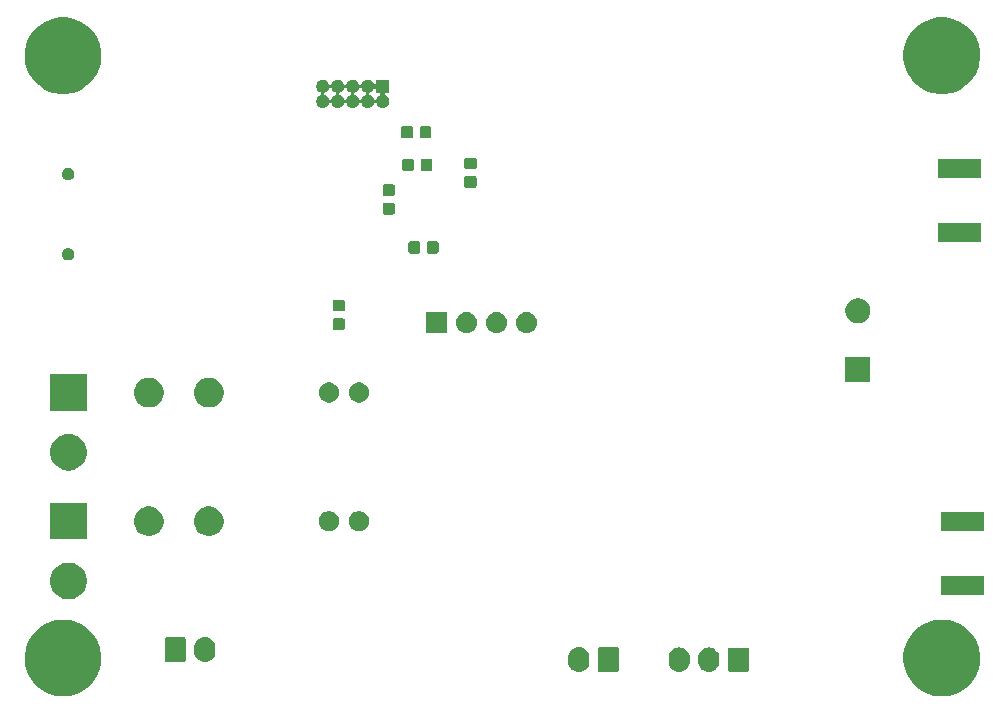
<source format=gbs>
G04 #@! TF.GenerationSoftware,KiCad,Pcbnew,(5.1.4)-1*
G04 #@! TF.CreationDate,2022-02-20T14:42:12-05:00*
G04 #@! TF.ProjectId,Recovery PCB,5265636f-7665-4727-9920-5043422e6b69,rev?*
G04 #@! TF.SameCoordinates,Original*
G04 #@! TF.FileFunction,Soldermask,Bot*
G04 #@! TF.FilePolarity,Negative*
%FSLAX46Y46*%
G04 Gerber Fmt 4.6, Leading zero omitted, Abs format (unit mm)*
G04 Created by KiCad (PCBNEW (5.1.4)-1) date 2022-02-20 14:42:12*
%MOMM*%
%LPD*%
G04 APERTURE LIST*
%ADD10C,0.100000*%
G04 APERTURE END LIST*
D10*
G36*
X171634239Y-118311467D02*
G01*
X171948282Y-118373934D01*
X172539926Y-118619001D01*
X173072392Y-118974784D01*
X173525216Y-119427608D01*
X173880999Y-119960074D01*
X174126066Y-120551718D01*
X174174836Y-120796903D01*
X174251000Y-121179803D01*
X174251000Y-121820197D01*
X174221873Y-121966626D01*
X174126066Y-122448282D01*
X173880999Y-123039926D01*
X173525216Y-123572392D01*
X173072392Y-124025216D01*
X172539926Y-124380999D01*
X171948282Y-124626066D01*
X171634239Y-124688533D01*
X171320197Y-124751000D01*
X170679803Y-124751000D01*
X170365761Y-124688533D01*
X170051718Y-124626066D01*
X169460074Y-124380999D01*
X168927608Y-124025216D01*
X168474784Y-123572392D01*
X168119001Y-123039926D01*
X167873934Y-122448282D01*
X167778127Y-121966626D01*
X167749000Y-121820197D01*
X167749000Y-121179803D01*
X167825164Y-120796903D01*
X167873934Y-120551718D01*
X168119001Y-119960074D01*
X168474784Y-119427608D01*
X168927608Y-118974784D01*
X169460074Y-118619001D01*
X170051718Y-118373934D01*
X170365761Y-118311467D01*
X170679803Y-118249000D01*
X171320197Y-118249000D01*
X171634239Y-118311467D01*
X171634239Y-118311467D01*
G37*
G36*
X97234239Y-118311467D02*
G01*
X97548282Y-118373934D01*
X98139926Y-118619001D01*
X98672392Y-118974784D01*
X99125216Y-119427608D01*
X99480999Y-119960074D01*
X99726066Y-120551718D01*
X99774836Y-120796903D01*
X99851000Y-121179803D01*
X99851000Y-121820197D01*
X99821873Y-121966626D01*
X99726066Y-122448282D01*
X99480999Y-123039926D01*
X99125216Y-123572392D01*
X98672392Y-124025216D01*
X98139926Y-124380999D01*
X97548282Y-124626066D01*
X97234239Y-124688533D01*
X96920197Y-124751000D01*
X96279803Y-124751000D01*
X95965761Y-124688533D01*
X95651718Y-124626066D01*
X95060074Y-124380999D01*
X94527608Y-124025216D01*
X94074784Y-123572392D01*
X93719001Y-123039926D01*
X93473934Y-122448282D01*
X93378127Y-121966626D01*
X93349000Y-121820197D01*
X93349000Y-121179803D01*
X93425164Y-120796903D01*
X93473934Y-120551718D01*
X93719001Y-119960074D01*
X94074784Y-119427608D01*
X94527608Y-118974784D01*
X95060074Y-118619001D01*
X95651718Y-118373934D01*
X95965761Y-118311467D01*
X96279803Y-118249000D01*
X96920197Y-118249000D01*
X97234239Y-118311467D01*
X97234239Y-118311467D01*
G37*
G36*
X140446627Y-120602037D02*
G01*
X140616466Y-120653557D01*
X140772991Y-120737222D01*
X140796359Y-120756400D01*
X140910186Y-120849814D01*
X140993448Y-120951271D01*
X141022778Y-120987009D01*
X141106443Y-121143534D01*
X141157963Y-121313374D01*
X141157963Y-121313376D01*
X141171000Y-121445741D01*
X141171000Y-121834260D01*
X141170635Y-121837963D01*
X141157963Y-121966627D01*
X141106443Y-122136466D01*
X141022778Y-122292991D01*
X140993448Y-122328729D01*
X140910186Y-122430186D01*
X140772989Y-122542779D01*
X140640120Y-122613799D01*
X140616465Y-122626443D01*
X140446626Y-122677963D01*
X140270000Y-122695359D01*
X140093373Y-122677963D01*
X139923534Y-122626443D01*
X139767009Y-122542778D01*
X139717822Y-122502411D01*
X139629814Y-122430186D01*
X139517221Y-122292989D01*
X139433558Y-122136467D01*
X139433557Y-122136465D01*
X139382037Y-121966626D01*
X139370256Y-121847011D01*
X139369000Y-121834259D01*
X139369000Y-121445740D01*
X139376613Y-121368448D01*
X139382037Y-121313373D01*
X139433557Y-121143534D01*
X139517222Y-120987009D01*
X139629815Y-120849815D01*
X139767010Y-120737222D01*
X139923535Y-120653557D01*
X140093374Y-120602037D01*
X140270000Y-120584641D01*
X140446627Y-120602037D01*
X140446627Y-120602037D01*
G37*
G36*
X143528600Y-120592989D02*
G01*
X143561652Y-120603015D01*
X143592103Y-120619292D01*
X143618799Y-120641201D01*
X143640708Y-120667897D01*
X143656985Y-120698348D01*
X143667011Y-120731400D01*
X143671000Y-120771903D01*
X143671000Y-122508097D01*
X143667011Y-122548600D01*
X143656985Y-122581652D01*
X143640708Y-122612103D01*
X143618799Y-122638799D01*
X143592103Y-122660708D01*
X143561652Y-122676985D01*
X143528600Y-122687011D01*
X143488097Y-122691000D01*
X142051903Y-122691000D01*
X142011400Y-122687011D01*
X141978348Y-122676985D01*
X141947897Y-122660708D01*
X141921201Y-122638799D01*
X141899292Y-122612103D01*
X141883015Y-122581652D01*
X141872989Y-122548600D01*
X141869000Y-122508097D01*
X141869000Y-120771903D01*
X141872989Y-120731400D01*
X141883015Y-120698348D01*
X141899292Y-120667897D01*
X141921201Y-120641201D01*
X141947897Y-120619292D01*
X141978348Y-120603015D01*
X142011400Y-120592989D01*
X142051903Y-120589000D01*
X143488097Y-120589000D01*
X143528600Y-120592989D01*
X143528600Y-120592989D01*
G37*
G36*
X151446627Y-120627037D02*
G01*
X151616466Y-120678557D01*
X151772991Y-120762222D01*
X151808729Y-120791552D01*
X151910186Y-120874814D01*
X151993448Y-120976271D01*
X152022778Y-121012009D01*
X152106443Y-121168534D01*
X152157963Y-121338374D01*
X152157963Y-121338376D01*
X152169252Y-121452989D01*
X152171000Y-121470743D01*
X152171000Y-121809258D01*
X152157963Y-121941627D01*
X152106443Y-122111466D01*
X152022778Y-122267991D01*
X152002262Y-122292990D01*
X151910186Y-122405186D01*
X151772989Y-122517779D01*
X151616467Y-122601442D01*
X151616465Y-122601443D01*
X151446626Y-122652963D01*
X151270000Y-122670359D01*
X151093373Y-122652963D01*
X150923534Y-122601443D01*
X150767009Y-122517778D01*
X150718173Y-122477699D01*
X150629814Y-122405186D01*
X150517221Y-122267989D01*
X150433558Y-122111467D01*
X150433557Y-122111465D01*
X150382037Y-121941626D01*
X150371731Y-121836985D01*
X150369000Y-121809259D01*
X150369000Y-121470740D01*
X150382037Y-121338375D01*
X150382037Y-121338373D01*
X150433557Y-121168534D01*
X150443632Y-121149686D01*
X150517221Y-121012011D01*
X150517222Y-121012009D01*
X150629815Y-120874815D01*
X150767010Y-120762222D01*
X150923535Y-120678557D01*
X151093374Y-120627037D01*
X151270000Y-120609641D01*
X151446627Y-120627037D01*
X151446627Y-120627037D01*
G37*
G36*
X148946627Y-120627037D02*
G01*
X149116466Y-120678557D01*
X149272991Y-120762222D01*
X149308729Y-120791552D01*
X149410186Y-120874814D01*
X149493448Y-120976271D01*
X149522778Y-121012009D01*
X149606443Y-121168534D01*
X149657963Y-121338374D01*
X149657963Y-121338376D01*
X149669252Y-121452989D01*
X149671000Y-121470743D01*
X149671000Y-121809258D01*
X149657963Y-121941627D01*
X149606443Y-122111466D01*
X149522778Y-122267991D01*
X149502262Y-122292990D01*
X149410186Y-122405186D01*
X149272989Y-122517779D01*
X149116467Y-122601442D01*
X149116465Y-122601443D01*
X148946626Y-122652963D01*
X148770000Y-122670359D01*
X148593373Y-122652963D01*
X148423534Y-122601443D01*
X148267009Y-122517778D01*
X148218173Y-122477699D01*
X148129814Y-122405186D01*
X148017221Y-122267989D01*
X147933558Y-122111467D01*
X147933557Y-122111465D01*
X147882037Y-121941626D01*
X147871731Y-121836985D01*
X147869000Y-121809259D01*
X147869000Y-121470740D01*
X147882037Y-121338375D01*
X147882037Y-121338373D01*
X147933557Y-121168534D01*
X147943632Y-121149686D01*
X148017221Y-121012011D01*
X148017222Y-121012009D01*
X148129815Y-120874815D01*
X148267010Y-120762222D01*
X148423535Y-120678557D01*
X148593374Y-120627037D01*
X148770000Y-120609641D01*
X148946627Y-120627037D01*
X148946627Y-120627037D01*
G37*
G36*
X154528600Y-120617989D02*
G01*
X154561652Y-120628015D01*
X154592103Y-120644292D01*
X154618799Y-120666201D01*
X154640708Y-120692897D01*
X154656985Y-120723348D01*
X154667011Y-120756400D01*
X154671000Y-120796903D01*
X154671000Y-122483097D01*
X154667011Y-122523600D01*
X154656985Y-122556652D01*
X154640708Y-122587103D01*
X154618799Y-122613799D01*
X154592103Y-122635708D01*
X154561652Y-122651985D01*
X154528600Y-122662011D01*
X154488097Y-122666000D01*
X153051903Y-122666000D01*
X153011400Y-122662011D01*
X152978348Y-122651985D01*
X152947897Y-122635708D01*
X152921201Y-122613799D01*
X152899292Y-122587103D01*
X152883015Y-122556652D01*
X152872989Y-122523600D01*
X152869000Y-122483097D01*
X152869000Y-120796903D01*
X152872989Y-120756400D01*
X152883015Y-120723348D01*
X152899292Y-120692897D01*
X152921201Y-120666201D01*
X152947897Y-120644292D01*
X152978348Y-120628015D01*
X153011400Y-120617989D01*
X153051903Y-120614000D01*
X154488097Y-120614000D01*
X154528600Y-120617989D01*
X154528600Y-120617989D01*
G37*
G36*
X108776626Y-119762037D02*
G01*
X108946465Y-119813557D01*
X108946467Y-119813558D01*
X109102989Y-119897221D01*
X109240186Y-120009814D01*
X109306353Y-120090440D01*
X109352778Y-120147009D01*
X109436443Y-120303534D01*
X109487963Y-120473373D01*
X109487963Y-120473375D01*
X109501000Y-120605740D01*
X109501000Y-120994259D01*
X109495608Y-121049000D01*
X109487963Y-121126626D01*
X109436443Y-121296466D01*
X109352778Y-121452991D01*
X109338211Y-121470741D01*
X109240186Y-121590186D01*
X109145250Y-121668097D01*
X109102991Y-121702778D01*
X108946466Y-121786443D01*
X108776627Y-121837963D01*
X108600000Y-121855359D01*
X108423374Y-121837963D01*
X108253535Y-121786443D01*
X108097010Y-121702778D01*
X107959815Y-121590185D01*
X107847222Y-121452991D01*
X107763557Y-121296466D01*
X107712037Y-121126627D01*
X107705519Y-121060443D01*
X107699000Y-120994260D01*
X107699000Y-120605741D01*
X107712037Y-120473376D01*
X107712037Y-120473374D01*
X107763557Y-120303535D01*
X107847222Y-120147010D01*
X107847223Y-120147009D01*
X107959814Y-120009814D01*
X108061271Y-119926552D01*
X108097009Y-119897222D01*
X108253534Y-119813557D01*
X108423373Y-119762037D01*
X108600000Y-119744641D01*
X108776626Y-119762037D01*
X108776626Y-119762037D01*
G37*
G36*
X106858600Y-119752989D02*
G01*
X106891652Y-119763015D01*
X106922103Y-119779292D01*
X106948799Y-119801201D01*
X106970708Y-119827897D01*
X106986985Y-119858348D01*
X106997011Y-119891400D01*
X107001000Y-119931903D01*
X107001000Y-121668097D01*
X106997011Y-121708600D01*
X106986985Y-121741652D01*
X106970708Y-121772103D01*
X106948799Y-121798799D01*
X106922103Y-121820708D01*
X106891652Y-121836985D01*
X106858600Y-121847011D01*
X106818097Y-121851000D01*
X105381903Y-121851000D01*
X105341400Y-121847011D01*
X105308348Y-121836985D01*
X105277897Y-121820708D01*
X105251201Y-121798799D01*
X105229292Y-121772103D01*
X105213015Y-121741652D01*
X105202989Y-121708600D01*
X105199000Y-121668097D01*
X105199000Y-119931903D01*
X105202989Y-119891400D01*
X105213015Y-119858348D01*
X105229292Y-119827897D01*
X105251201Y-119801201D01*
X105277897Y-119779292D01*
X105308348Y-119763015D01*
X105341400Y-119752989D01*
X105381903Y-119749000D01*
X106818097Y-119749000D01*
X106858600Y-119752989D01*
X106858600Y-119752989D01*
G37*
G36*
X97352585Y-113458802D02*
G01*
X97502410Y-113488604D01*
X97784674Y-113605521D01*
X98038705Y-113775259D01*
X98254741Y-113991295D01*
X98424479Y-114245326D01*
X98541396Y-114527590D01*
X98601000Y-114827240D01*
X98601000Y-115132760D01*
X98541396Y-115432410D01*
X98424479Y-115714674D01*
X98254741Y-115968705D01*
X98038705Y-116184741D01*
X97784674Y-116354479D01*
X97502410Y-116471396D01*
X97352585Y-116501198D01*
X97202761Y-116531000D01*
X96897239Y-116531000D01*
X96747415Y-116501198D01*
X96597590Y-116471396D01*
X96315326Y-116354479D01*
X96061295Y-116184741D01*
X95845259Y-115968705D01*
X95675521Y-115714674D01*
X95558604Y-115432410D01*
X95499000Y-115132760D01*
X95499000Y-114827240D01*
X95558604Y-114527590D01*
X95675521Y-114245326D01*
X95845259Y-113991295D01*
X96061295Y-113775259D01*
X96315326Y-113605521D01*
X96597590Y-113488604D01*
X96747415Y-113458802D01*
X96897239Y-113429000D01*
X97202761Y-113429000D01*
X97352585Y-113458802D01*
X97352585Y-113458802D01*
G37*
G36*
X174541000Y-116181000D02*
G01*
X170939000Y-116181000D01*
X170939000Y-114579000D01*
X174541000Y-114579000D01*
X174541000Y-116181000D01*
X174541000Y-116181000D01*
G37*
G36*
X98601000Y-111451000D02*
G01*
X95499000Y-111451000D01*
X95499000Y-108349000D01*
X98601000Y-108349000D01*
X98601000Y-111451000D01*
X98601000Y-111451000D01*
G37*
G36*
X104234903Y-108719575D02*
G01*
X104462571Y-108813878D01*
X104667466Y-108950785D01*
X104841715Y-109125034D01*
X104978622Y-109329929D01*
X105072925Y-109557597D01*
X105121000Y-109799287D01*
X105121000Y-110045713D01*
X105072925Y-110287403D01*
X104978622Y-110515071D01*
X104841715Y-110719966D01*
X104667466Y-110894215D01*
X104462571Y-111031122D01*
X104462570Y-111031123D01*
X104462569Y-111031123D01*
X104234903Y-111125425D01*
X103993214Y-111173500D01*
X103746786Y-111173500D01*
X103505097Y-111125425D01*
X103277431Y-111031123D01*
X103277430Y-111031123D01*
X103277429Y-111031122D01*
X103072534Y-110894215D01*
X102898285Y-110719966D01*
X102761378Y-110515071D01*
X102667075Y-110287403D01*
X102619000Y-110045713D01*
X102619000Y-109799287D01*
X102667075Y-109557597D01*
X102761378Y-109329929D01*
X102898285Y-109125034D01*
X103072534Y-108950785D01*
X103277429Y-108813878D01*
X103505097Y-108719575D01*
X103746786Y-108671500D01*
X103993214Y-108671500D01*
X104234903Y-108719575D01*
X104234903Y-108719575D01*
G37*
G36*
X109314903Y-108719575D02*
G01*
X109542571Y-108813878D01*
X109747466Y-108950785D01*
X109921715Y-109125034D01*
X110058622Y-109329929D01*
X110152925Y-109557597D01*
X110201000Y-109799287D01*
X110201000Y-110045713D01*
X110152925Y-110287403D01*
X110058622Y-110515071D01*
X109921715Y-110719966D01*
X109747466Y-110894215D01*
X109542571Y-111031122D01*
X109542570Y-111031123D01*
X109542569Y-111031123D01*
X109314903Y-111125425D01*
X109073214Y-111173500D01*
X108826786Y-111173500D01*
X108585097Y-111125425D01*
X108357431Y-111031123D01*
X108357430Y-111031123D01*
X108357429Y-111031122D01*
X108152534Y-110894215D01*
X107978285Y-110719966D01*
X107841378Y-110515071D01*
X107747075Y-110287403D01*
X107699000Y-110045713D01*
X107699000Y-109799287D01*
X107747075Y-109557597D01*
X107841378Y-109329929D01*
X107978285Y-109125034D01*
X108152534Y-108950785D01*
X108357429Y-108813878D01*
X108585097Y-108719575D01*
X108826786Y-108671500D01*
X109073214Y-108671500D01*
X109314903Y-108719575D01*
X109314903Y-108719575D01*
G37*
G36*
X174541000Y-110781000D02*
G01*
X170939000Y-110781000D01*
X170939000Y-109179000D01*
X174541000Y-109179000D01*
X174541000Y-110781000D01*
X174541000Y-110781000D01*
G37*
G36*
X119358228Y-109104203D02*
G01*
X119513100Y-109168353D01*
X119652481Y-109261485D01*
X119771015Y-109380019D01*
X119864147Y-109519400D01*
X119928297Y-109674272D01*
X119961000Y-109838684D01*
X119961000Y-110006316D01*
X119928297Y-110170728D01*
X119864147Y-110325600D01*
X119771015Y-110464981D01*
X119652481Y-110583515D01*
X119513100Y-110676647D01*
X119358228Y-110740797D01*
X119193816Y-110773500D01*
X119026184Y-110773500D01*
X118861772Y-110740797D01*
X118706900Y-110676647D01*
X118567519Y-110583515D01*
X118448985Y-110464981D01*
X118355853Y-110325600D01*
X118291703Y-110170728D01*
X118259000Y-110006316D01*
X118259000Y-109838684D01*
X118291703Y-109674272D01*
X118355853Y-109519400D01*
X118448985Y-109380019D01*
X118567519Y-109261485D01*
X118706900Y-109168353D01*
X118861772Y-109104203D01*
X119026184Y-109071500D01*
X119193816Y-109071500D01*
X119358228Y-109104203D01*
X119358228Y-109104203D01*
G37*
G36*
X121898228Y-109104203D02*
G01*
X122053100Y-109168353D01*
X122192481Y-109261485D01*
X122311015Y-109380019D01*
X122404147Y-109519400D01*
X122468297Y-109674272D01*
X122501000Y-109838684D01*
X122501000Y-110006316D01*
X122468297Y-110170728D01*
X122404147Y-110325600D01*
X122311015Y-110464981D01*
X122192481Y-110583515D01*
X122053100Y-110676647D01*
X121898228Y-110740797D01*
X121733816Y-110773500D01*
X121566184Y-110773500D01*
X121401772Y-110740797D01*
X121246900Y-110676647D01*
X121107519Y-110583515D01*
X120988985Y-110464981D01*
X120895853Y-110325600D01*
X120831703Y-110170728D01*
X120799000Y-110006316D01*
X120799000Y-109838684D01*
X120831703Y-109674272D01*
X120895853Y-109519400D01*
X120988985Y-109380019D01*
X121107519Y-109261485D01*
X121246900Y-109168353D01*
X121401772Y-109104203D01*
X121566184Y-109071500D01*
X121733816Y-109071500D01*
X121898228Y-109104203D01*
X121898228Y-109104203D01*
G37*
G36*
X97352585Y-102558802D02*
G01*
X97502410Y-102588604D01*
X97784674Y-102705521D01*
X98038705Y-102875259D01*
X98254741Y-103091295D01*
X98424479Y-103345326D01*
X98541396Y-103627590D01*
X98601000Y-103927240D01*
X98601000Y-104232760D01*
X98541396Y-104532410D01*
X98424479Y-104814674D01*
X98254741Y-105068705D01*
X98038705Y-105284741D01*
X97784674Y-105454479D01*
X97502410Y-105571396D01*
X97352585Y-105601198D01*
X97202761Y-105631000D01*
X96897239Y-105631000D01*
X96747415Y-105601198D01*
X96597590Y-105571396D01*
X96315326Y-105454479D01*
X96061295Y-105284741D01*
X95845259Y-105068705D01*
X95675521Y-104814674D01*
X95558604Y-104532410D01*
X95499000Y-104232760D01*
X95499000Y-103927240D01*
X95558604Y-103627590D01*
X95675521Y-103345326D01*
X95845259Y-103091295D01*
X96061295Y-102875259D01*
X96315326Y-102705521D01*
X96597590Y-102588604D01*
X96747415Y-102558802D01*
X96897239Y-102529000D01*
X97202761Y-102529000D01*
X97352585Y-102558802D01*
X97352585Y-102558802D01*
G37*
G36*
X98601000Y-100551000D02*
G01*
X95499000Y-100551000D01*
X95499000Y-97449000D01*
X98601000Y-97449000D01*
X98601000Y-100551000D01*
X98601000Y-100551000D01*
G37*
G36*
X109314903Y-97819575D02*
G01*
X109542571Y-97913878D01*
X109747466Y-98050785D01*
X109921715Y-98225034D01*
X110058622Y-98429929D01*
X110152925Y-98657597D01*
X110201000Y-98899287D01*
X110201000Y-99145713D01*
X110152925Y-99387403D01*
X110058622Y-99615071D01*
X109921715Y-99819966D01*
X109747466Y-99994215D01*
X109542571Y-100131122D01*
X109542570Y-100131123D01*
X109542569Y-100131123D01*
X109314903Y-100225425D01*
X109073214Y-100273500D01*
X108826786Y-100273500D01*
X108585097Y-100225425D01*
X108357431Y-100131123D01*
X108357430Y-100131123D01*
X108357429Y-100131122D01*
X108152534Y-99994215D01*
X107978285Y-99819966D01*
X107841378Y-99615071D01*
X107747075Y-99387403D01*
X107699000Y-99145713D01*
X107699000Y-98899287D01*
X107747075Y-98657597D01*
X107841378Y-98429929D01*
X107978285Y-98225034D01*
X108152534Y-98050785D01*
X108357429Y-97913878D01*
X108585097Y-97819575D01*
X108826786Y-97771500D01*
X109073214Y-97771500D01*
X109314903Y-97819575D01*
X109314903Y-97819575D01*
G37*
G36*
X104234903Y-97819575D02*
G01*
X104462571Y-97913878D01*
X104667466Y-98050785D01*
X104841715Y-98225034D01*
X104978622Y-98429929D01*
X105072925Y-98657597D01*
X105121000Y-98899287D01*
X105121000Y-99145713D01*
X105072925Y-99387403D01*
X104978622Y-99615071D01*
X104841715Y-99819966D01*
X104667466Y-99994215D01*
X104462571Y-100131122D01*
X104462570Y-100131123D01*
X104462569Y-100131123D01*
X104234903Y-100225425D01*
X103993214Y-100273500D01*
X103746786Y-100273500D01*
X103505097Y-100225425D01*
X103277431Y-100131123D01*
X103277430Y-100131123D01*
X103277429Y-100131122D01*
X103072534Y-99994215D01*
X102898285Y-99819966D01*
X102761378Y-99615071D01*
X102667075Y-99387403D01*
X102619000Y-99145713D01*
X102619000Y-98899287D01*
X102667075Y-98657597D01*
X102761378Y-98429929D01*
X102898285Y-98225034D01*
X103072534Y-98050785D01*
X103277429Y-97913878D01*
X103505097Y-97819575D01*
X103746786Y-97771500D01*
X103993214Y-97771500D01*
X104234903Y-97819575D01*
X104234903Y-97819575D01*
G37*
G36*
X121898228Y-98204203D02*
G01*
X122053100Y-98268353D01*
X122192481Y-98361485D01*
X122311015Y-98480019D01*
X122404147Y-98619400D01*
X122468297Y-98774272D01*
X122501000Y-98938684D01*
X122501000Y-99106316D01*
X122468297Y-99270728D01*
X122404147Y-99425600D01*
X122311015Y-99564981D01*
X122192481Y-99683515D01*
X122053100Y-99776647D01*
X121898228Y-99840797D01*
X121733816Y-99873500D01*
X121566184Y-99873500D01*
X121401772Y-99840797D01*
X121246900Y-99776647D01*
X121107519Y-99683515D01*
X120988985Y-99564981D01*
X120895853Y-99425600D01*
X120831703Y-99270728D01*
X120799000Y-99106316D01*
X120799000Y-98938684D01*
X120831703Y-98774272D01*
X120895853Y-98619400D01*
X120988985Y-98480019D01*
X121107519Y-98361485D01*
X121246900Y-98268353D01*
X121401772Y-98204203D01*
X121566184Y-98171500D01*
X121733816Y-98171500D01*
X121898228Y-98204203D01*
X121898228Y-98204203D01*
G37*
G36*
X119358228Y-98204203D02*
G01*
X119513100Y-98268353D01*
X119652481Y-98361485D01*
X119771015Y-98480019D01*
X119864147Y-98619400D01*
X119928297Y-98774272D01*
X119961000Y-98938684D01*
X119961000Y-99106316D01*
X119928297Y-99270728D01*
X119864147Y-99425600D01*
X119771015Y-99564981D01*
X119652481Y-99683515D01*
X119513100Y-99776647D01*
X119358228Y-99840797D01*
X119193816Y-99873500D01*
X119026184Y-99873500D01*
X118861772Y-99840797D01*
X118706900Y-99776647D01*
X118567519Y-99683515D01*
X118448985Y-99564981D01*
X118355853Y-99425600D01*
X118291703Y-99270728D01*
X118259000Y-99106316D01*
X118259000Y-98938684D01*
X118291703Y-98774272D01*
X118355853Y-98619400D01*
X118448985Y-98480019D01*
X118567519Y-98361485D01*
X118706900Y-98268353D01*
X118861772Y-98204203D01*
X119026184Y-98171500D01*
X119193816Y-98171500D01*
X119358228Y-98204203D01*
X119358228Y-98204203D01*
G37*
G36*
X164951000Y-98151000D02*
G01*
X162849000Y-98151000D01*
X162849000Y-96049000D01*
X164951000Y-96049000D01*
X164951000Y-98151000D01*
X164951000Y-98151000D01*
G37*
G36*
X133410442Y-92205518D02*
G01*
X133476627Y-92212037D01*
X133646466Y-92263557D01*
X133802991Y-92347222D01*
X133838729Y-92376552D01*
X133940186Y-92459814D01*
X134023448Y-92561271D01*
X134052778Y-92597009D01*
X134136443Y-92753534D01*
X134187963Y-92923373D01*
X134205359Y-93100000D01*
X134187963Y-93276627D01*
X134136443Y-93446466D01*
X134052778Y-93602991D01*
X134040913Y-93617448D01*
X133940186Y-93740186D01*
X133838729Y-93823448D01*
X133802991Y-93852778D01*
X133646466Y-93936443D01*
X133476627Y-93987963D01*
X133410443Y-93994481D01*
X133344260Y-94001000D01*
X133255740Y-94001000D01*
X133189557Y-93994481D01*
X133123373Y-93987963D01*
X132953534Y-93936443D01*
X132797009Y-93852778D01*
X132761271Y-93823448D01*
X132659814Y-93740186D01*
X132559087Y-93617448D01*
X132547222Y-93602991D01*
X132463557Y-93446466D01*
X132412037Y-93276627D01*
X132394641Y-93100000D01*
X132412037Y-92923373D01*
X132463557Y-92753534D01*
X132547222Y-92597009D01*
X132576552Y-92561271D01*
X132659814Y-92459814D01*
X132761271Y-92376552D01*
X132797009Y-92347222D01*
X132953534Y-92263557D01*
X133123373Y-92212037D01*
X133189558Y-92205518D01*
X133255740Y-92199000D01*
X133344260Y-92199000D01*
X133410442Y-92205518D01*
X133410442Y-92205518D01*
G37*
G36*
X135950442Y-92205518D02*
G01*
X136016627Y-92212037D01*
X136186466Y-92263557D01*
X136342991Y-92347222D01*
X136378729Y-92376552D01*
X136480186Y-92459814D01*
X136563448Y-92561271D01*
X136592778Y-92597009D01*
X136676443Y-92753534D01*
X136727963Y-92923373D01*
X136745359Y-93100000D01*
X136727963Y-93276627D01*
X136676443Y-93446466D01*
X136592778Y-93602991D01*
X136580913Y-93617448D01*
X136480186Y-93740186D01*
X136378729Y-93823448D01*
X136342991Y-93852778D01*
X136186466Y-93936443D01*
X136016627Y-93987963D01*
X135950443Y-93994481D01*
X135884260Y-94001000D01*
X135795740Y-94001000D01*
X135729557Y-93994481D01*
X135663373Y-93987963D01*
X135493534Y-93936443D01*
X135337009Y-93852778D01*
X135301271Y-93823448D01*
X135199814Y-93740186D01*
X135099087Y-93617448D01*
X135087222Y-93602991D01*
X135003557Y-93446466D01*
X134952037Y-93276627D01*
X134934641Y-93100000D01*
X134952037Y-92923373D01*
X135003557Y-92753534D01*
X135087222Y-92597009D01*
X135116552Y-92561271D01*
X135199814Y-92459814D01*
X135301271Y-92376552D01*
X135337009Y-92347222D01*
X135493534Y-92263557D01*
X135663373Y-92212037D01*
X135729558Y-92205518D01*
X135795740Y-92199000D01*
X135884260Y-92199000D01*
X135950442Y-92205518D01*
X135950442Y-92205518D01*
G37*
G36*
X130870442Y-92205518D02*
G01*
X130936627Y-92212037D01*
X131106466Y-92263557D01*
X131262991Y-92347222D01*
X131298729Y-92376552D01*
X131400186Y-92459814D01*
X131483448Y-92561271D01*
X131512778Y-92597009D01*
X131596443Y-92753534D01*
X131647963Y-92923373D01*
X131665359Y-93100000D01*
X131647963Y-93276627D01*
X131596443Y-93446466D01*
X131512778Y-93602991D01*
X131500913Y-93617448D01*
X131400186Y-93740186D01*
X131298729Y-93823448D01*
X131262991Y-93852778D01*
X131106466Y-93936443D01*
X130936627Y-93987963D01*
X130870443Y-93994481D01*
X130804260Y-94001000D01*
X130715740Y-94001000D01*
X130649557Y-93994481D01*
X130583373Y-93987963D01*
X130413534Y-93936443D01*
X130257009Y-93852778D01*
X130221271Y-93823448D01*
X130119814Y-93740186D01*
X130019087Y-93617448D01*
X130007222Y-93602991D01*
X129923557Y-93446466D01*
X129872037Y-93276627D01*
X129854641Y-93100000D01*
X129872037Y-92923373D01*
X129923557Y-92753534D01*
X130007222Y-92597009D01*
X130036552Y-92561271D01*
X130119814Y-92459814D01*
X130221271Y-92376552D01*
X130257009Y-92347222D01*
X130413534Y-92263557D01*
X130583373Y-92212037D01*
X130649558Y-92205518D01*
X130715740Y-92199000D01*
X130804260Y-92199000D01*
X130870442Y-92205518D01*
X130870442Y-92205518D01*
G37*
G36*
X129121000Y-94001000D02*
G01*
X127319000Y-94001000D01*
X127319000Y-92199000D01*
X129121000Y-92199000D01*
X129121000Y-94001000D01*
X129121000Y-94001000D01*
G37*
G36*
X120329591Y-92753085D02*
G01*
X120363569Y-92763393D01*
X120394890Y-92780134D01*
X120422339Y-92802661D01*
X120444866Y-92830110D01*
X120461607Y-92861431D01*
X120471915Y-92895409D01*
X120476000Y-92936890D01*
X120476000Y-93538110D01*
X120471915Y-93579591D01*
X120461607Y-93613569D01*
X120444866Y-93644890D01*
X120422339Y-93672339D01*
X120394890Y-93694866D01*
X120363569Y-93711607D01*
X120329591Y-93721915D01*
X120288110Y-93726000D01*
X119611890Y-93726000D01*
X119570409Y-93721915D01*
X119536431Y-93711607D01*
X119505110Y-93694866D01*
X119477661Y-93672339D01*
X119455134Y-93644890D01*
X119438393Y-93613569D01*
X119428085Y-93579591D01*
X119424000Y-93538110D01*
X119424000Y-92936890D01*
X119428085Y-92895409D01*
X119438393Y-92861431D01*
X119455134Y-92830110D01*
X119477661Y-92802661D01*
X119505110Y-92780134D01*
X119536431Y-92763393D01*
X119570409Y-92753085D01*
X119611890Y-92749000D01*
X120288110Y-92749000D01*
X120329591Y-92753085D01*
X120329591Y-92753085D01*
G37*
G36*
X164206564Y-91089389D02*
G01*
X164397833Y-91168615D01*
X164397835Y-91168616D01*
X164452488Y-91205134D01*
X164569973Y-91283635D01*
X164716365Y-91430027D01*
X164831385Y-91602167D01*
X164910611Y-91793436D01*
X164951000Y-91996484D01*
X164951000Y-92203516D01*
X164910611Y-92406564D01*
X164831726Y-92597009D01*
X164831384Y-92597835D01*
X164716365Y-92769973D01*
X164569973Y-92916365D01*
X164397835Y-93031384D01*
X164397834Y-93031385D01*
X164397833Y-93031385D01*
X164206564Y-93110611D01*
X164003516Y-93151000D01*
X163796484Y-93151000D01*
X163593436Y-93110611D01*
X163402167Y-93031385D01*
X163402166Y-93031385D01*
X163402165Y-93031384D01*
X163230027Y-92916365D01*
X163083635Y-92769973D01*
X162968616Y-92597835D01*
X162968274Y-92597009D01*
X162889389Y-92406564D01*
X162849000Y-92203516D01*
X162849000Y-91996484D01*
X162889389Y-91793436D01*
X162968615Y-91602167D01*
X163083635Y-91430027D01*
X163230027Y-91283635D01*
X163347512Y-91205134D01*
X163402165Y-91168616D01*
X163402167Y-91168615D01*
X163593436Y-91089389D01*
X163796484Y-91049000D01*
X164003516Y-91049000D01*
X164206564Y-91089389D01*
X164206564Y-91089389D01*
G37*
G36*
X120329591Y-91178085D02*
G01*
X120363569Y-91188393D01*
X120394890Y-91205134D01*
X120422339Y-91227661D01*
X120444866Y-91255110D01*
X120461607Y-91286431D01*
X120471915Y-91320409D01*
X120476000Y-91361890D01*
X120476000Y-91963110D01*
X120471915Y-92004591D01*
X120461607Y-92038569D01*
X120444866Y-92069890D01*
X120422339Y-92097339D01*
X120394890Y-92119866D01*
X120363569Y-92136607D01*
X120329591Y-92146915D01*
X120288110Y-92151000D01*
X119611890Y-92151000D01*
X119570409Y-92146915D01*
X119536431Y-92136607D01*
X119505110Y-92119866D01*
X119477661Y-92097339D01*
X119455134Y-92069890D01*
X119438393Y-92038569D01*
X119428085Y-92004591D01*
X119424000Y-91963110D01*
X119424000Y-91361890D01*
X119428085Y-91320409D01*
X119438393Y-91286431D01*
X119455134Y-91255110D01*
X119477661Y-91227661D01*
X119505110Y-91205134D01*
X119536431Y-91188393D01*
X119570409Y-91178085D01*
X119611890Y-91174000D01*
X120288110Y-91174000D01*
X120329591Y-91178085D01*
X120329591Y-91178085D01*
G37*
G36*
X97183428Y-86794213D02*
G01*
X97279153Y-86833864D01*
X97365305Y-86891429D01*
X97438571Y-86964695D01*
X97496136Y-87050847D01*
X97535787Y-87146572D01*
X97556000Y-87248192D01*
X97556000Y-87351808D01*
X97535787Y-87453428D01*
X97496136Y-87549153D01*
X97438571Y-87635305D01*
X97365305Y-87708571D01*
X97279153Y-87766136D01*
X97183428Y-87805787D01*
X97081808Y-87826000D01*
X96978192Y-87826000D01*
X96876572Y-87805787D01*
X96780847Y-87766136D01*
X96694695Y-87708571D01*
X96621429Y-87635305D01*
X96563864Y-87549153D01*
X96524213Y-87453428D01*
X96504000Y-87351808D01*
X96504000Y-87248192D01*
X96524213Y-87146572D01*
X96563864Y-87050847D01*
X96621429Y-86964695D01*
X96694695Y-86891429D01*
X96780847Y-86833864D01*
X96876572Y-86794213D01*
X96978192Y-86774000D01*
X97081808Y-86774000D01*
X97183428Y-86794213D01*
X97183428Y-86794213D01*
G37*
G36*
X126681491Y-86219085D02*
G01*
X126715469Y-86229393D01*
X126746790Y-86246134D01*
X126774239Y-86268661D01*
X126796766Y-86296110D01*
X126813507Y-86327431D01*
X126823815Y-86361409D01*
X126827900Y-86402890D01*
X126827900Y-87079110D01*
X126823815Y-87120591D01*
X126813507Y-87154569D01*
X126796766Y-87185890D01*
X126774239Y-87213339D01*
X126746790Y-87235866D01*
X126715469Y-87252607D01*
X126681491Y-87262915D01*
X126640010Y-87267000D01*
X126038790Y-87267000D01*
X125997309Y-87262915D01*
X125963331Y-87252607D01*
X125932010Y-87235866D01*
X125904561Y-87213339D01*
X125882034Y-87185890D01*
X125865293Y-87154569D01*
X125854985Y-87120591D01*
X125850900Y-87079110D01*
X125850900Y-86402890D01*
X125854985Y-86361409D01*
X125865293Y-86327431D01*
X125882034Y-86296110D01*
X125904561Y-86268661D01*
X125932010Y-86246134D01*
X125963331Y-86229393D01*
X125997309Y-86219085D01*
X126038790Y-86215000D01*
X126640010Y-86215000D01*
X126681491Y-86219085D01*
X126681491Y-86219085D01*
G37*
G36*
X128256491Y-86219085D02*
G01*
X128290469Y-86229393D01*
X128321790Y-86246134D01*
X128349239Y-86268661D01*
X128371766Y-86296110D01*
X128388507Y-86327431D01*
X128398815Y-86361409D01*
X128402900Y-86402890D01*
X128402900Y-87079110D01*
X128398815Y-87120591D01*
X128388507Y-87154569D01*
X128371766Y-87185890D01*
X128349239Y-87213339D01*
X128321790Y-87235866D01*
X128290469Y-87252607D01*
X128256491Y-87262915D01*
X128215010Y-87267000D01*
X127613790Y-87267000D01*
X127572309Y-87262915D01*
X127538331Y-87252607D01*
X127507010Y-87235866D01*
X127479561Y-87213339D01*
X127457034Y-87185890D01*
X127440293Y-87154569D01*
X127429985Y-87120591D01*
X127425900Y-87079110D01*
X127425900Y-86402890D01*
X127429985Y-86361409D01*
X127440293Y-86327431D01*
X127457034Y-86296110D01*
X127479561Y-86268661D01*
X127507010Y-86246134D01*
X127538331Y-86229393D01*
X127572309Y-86219085D01*
X127613790Y-86215000D01*
X128215010Y-86215000D01*
X128256491Y-86219085D01*
X128256491Y-86219085D01*
G37*
G36*
X174321000Y-86251000D02*
G01*
X170719000Y-86251000D01*
X170719000Y-84649000D01*
X174321000Y-84649000D01*
X174321000Y-86251000D01*
X174321000Y-86251000D01*
G37*
G36*
X124560191Y-82979985D02*
G01*
X124594169Y-82990293D01*
X124625490Y-83007034D01*
X124652939Y-83029561D01*
X124675466Y-83057010D01*
X124692207Y-83088331D01*
X124702515Y-83122309D01*
X124706600Y-83163790D01*
X124706600Y-83765010D01*
X124702515Y-83806491D01*
X124692207Y-83840469D01*
X124675466Y-83871790D01*
X124652939Y-83899239D01*
X124625490Y-83921766D01*
X124594169Y-83938507D01*
X124560191Y-83948815D01*
X124518710Y-83952900D01*
X123842490Y-83952900D01*
X123801009Y-83948815D01*
X123767031Y-83938507D01*
X123735710Y-83921766D01*
X123708261Y-83899239D01*
X123685734Y-83871790D01*
X123668993Y-83840469D01*
X123658685Y-83806491D01*
X123654600Y-83765010D01*
X123654600Y-83163790D01*
X123658685Y-83122309D01*
X123668993Y-83088331D01*
X123685734Y-83057010D01*
X123708261Y-83029561D01*
X123735710Y-83007034D01*
X123767031Y-82990293D01*
X123801009Y-82979985D01*
X123842490Y-82975900D01*
X124518710Y-82975900D01*
X124560191Y-82979985D01*
X124560191Y-82979985D01*
G37*
G36*
X124560191Y-81404985D02*
G01*
X124594169Y-81415293D01*
X124625490Y-81432034D01*
X124652939Y-81454561D01*
X124675466Y-81482010D01*
X124692207Y-81513331D01*
X124702515Y-81547309D01*
X124706600Y-81588790D01*
X124706600Y-82190010D01*
X124702515Y-82231491D01*
X124692207Y-82265469D01*
X124675466Y-82296790D01*
X124652939Y-82324239D01*
X124625490Y-82346766D01*
X124594169Y-82363507D01*
X124560191Y-82373815D01*
X124518710Y-82377900D01*
X123842490Y-82377900D01*
X123801009Y-82373815D01*
X123767031Y-82363507D01*
X123735710Y-82346766D01*
X123708261Y-82324239D01*
X123685734Y-82296790D01*
X123668993Y-82265469D01*
X123658685Y-82231491D01*
X123654600Y-82190010D01*
X123654600Y-81588790D01*
X123658685Y-81547309D01*
X123668993Y-81513331D01*
X123685734Y-81482010D01*
X123708261Y-81454561D01*
X123735710Y-81432034D01*
X123767031Y-81415293D01*
X123801009Y-81404985D01*
X123842490Y-81400900D01*
X124518710Y-81400900D01*
X124560191Y-81404985D01*
X124560191Y-81404985D01*
G37*
G36*
X131463960Y-80682205D02*
G01*
X131499113Y-80692869D01*
X131531510Y-80710186D01*
X131559909Y-80733491D01*
X131583214Y-80761890D01*
X131600531Y-80794287D01*
X131611195Y-80829440D01*
X131615400Y-80872140D01*
X131615400Y-81485860D01*
X131611195Y-81528560D01*
X131600531Y-81563713D01*
X131583214Y-81596110D01*
X131559909Y-81624509D01*
X131531510Y-81647814D01*
X131499113Y-81665131D01*
X131463960Y-81675795D01*
X131421260Y-81680000D01*
X130757540Y-81680000D01*
X130714840Y-81675795D01*
X130679687Y-81665131D01*
X130647290Y-81647814D01*
X130618891Y-81624509D01*
X130595586Y-81596110D01*
X130578269Y-81563713D01*
X130567605Y-81528560D01*
X130563400Y-81485860D01*
X130563400Y-80872140D01*
X130567605Y-80829440D01*
X130578269Y-80794287D01*
X130595586Y-80761890D01*
X130618891Y-80733491D01*
X130647290Y-80710186D01*
X130679687Y-80692869D01*
X130714840Y-80682205D01*
X130757540Y-80678000D01*
X131421260Y-80678000D01*
X131463960Y-80682205D01*
X131463960Y-80682205D01*
G37*
G36*
X97183428Y-79994213D02*
G01*
X97279153Y-80033864D01*
X97365305Y-80091429D01*
X97438571Y-80164695D01*
X97496136Y-80250847D01*
X97535787Y-80346572D01*
X97556000Y-80448192D01*
X97556000Y-80551808D01*
X97535787Y-80653428D01*
X97496136Y-80749153D01*
X97438571Y-80835305D01*
X97365305Y-80908571D01*
X97279153Y-80966136D01*
X97183428Y-81005787D01*
X97081808Y-81026000D01*
X96978192Y-81026000D01*
X96876572Y-81005787D01*
X96780847Y-80966136D01*
X96694695Y-80908571D01*
X96621429Y-80835305D01*
X96563864Y-80749153D01*
X96524213Y-80653428D01*
X96504000Y-80551808D01*
X96504000Y-80448192D01*
X96524213Y-80346572D01*
X96563864Y-80250847D01*
X96621429Y-80164695D01*
X96694695Y-80091429D01*
X96780847Y-80033864D01*
X96876572Y-79994213D01*
X96978192Y-79974000D01*
X97081808Y-79974000D01*
X97183428Y-79994213D01*
X97183428Y-79994213D01*
G37*
G36*
X174321000Y-80851000D02*
G01*
X170719000Y-80851000D01*
X170719000Y-79249000D01*
X174321000Y-79249000D01*
X174321000Y-80851000D01*
X174321000Y-80851000D01*
G37*
G36*
X126148091Y-79234085D02*
G01*
X126182069Y-79244393D01*
X126213390Y-79261134D01*
X126240839Y-79283661D01*
X126263366Y-79311110D01*
X126280107Y-79342431D01*
X126290415Y-79376409D01*
X126294500Y-79417890D01*
X126294500Y-80094110D01*
X126290415Y-80135591D01*
X126280107Y-80169569D01*
X126263366Y-80200890D01*
X126240839Y-80228339D01*
X126213390Y-80250866D01*
X126182069Y-80267607D01*
X126148091Y-80277915D01*
X126106610Y-80282000D01*
X125505390Y-80282000D01*
X125463909Y-80277915D01*
X125429931Y-80267607D01*
X125398610Y-80250866D01*
X125371161Y-80228339D01*
X125348634Y-80200890D01*
X125331893Y-80169569D01*
X125321585Y-80135591D01*
X125317500Y-80094110D01*
X125317500Y-79417890D01*
X125321585Y-79376409D01*
X125331893Y-79342431D01*
X125348634Y-79311110D01*
X125371161Y-79283661D01*
X125398610Y-79261134D01*
X125429931Y-79244393D01*
X125463909Y-79234085D01*
X125505390Y-79230000D01*
X126106610Y-79230000D01*
X126148091Y-79234085D01*
X126148091Y-79234085D01*
G37*
G36*
X127723091Y-79234085D02*
G01*
X127757069Y-79244393D01*
X127788390Y-79261134D01*
X127815839Y-79283661D01*
X127838366Y-79311110D01*
X127855107Y-79342431D01*
X127865415Y-79376409D01*
X127869500Y-79417890D01*
X127869500Y-80094110D01*
X127865415Y-80135591D01*
X127855107Y-80169569D01*
X127838366Y-80200890D01*
X127815839Y-80228339D01*
X127788390Y-80250866D01*
X127757069Y-80267607D01*
X127723091Y-80277915D01*
X127681610Y-80282000D01*
X127080390Y-80282000D01*
X127038909Y-80277915D01*
X127004931Y-80267607D01*
X126973610Y-80250866D01*
X126946161Y-80228339D01*
X126923634Y-80200890D01*
X126906893Y-80169569D01*
X126896585Y-80135591D01*
X126892500Y-80094110D01*
X126892500Y-79417890D01*
X126896585Y-79376409D01*
X126906893Y-79342431D01*
X126923634Y-79311110D01*
X126946161Y-79283661D01*
X126973610Y-79261134D01*
X127004931Y-79244393D01*
X127038909Y-79234085D01*
X127080390Y-79230000D01*
X127681610Y-79230000D01*
X127723091Y-79234085D01*
X127723091Y-79234085D01*
G37*
G36*
X131463960Y-79132205D02*
G01*
X131499113Y-79142869D01*
X131531510Y-79160186D01*
X131559909Y-79183491D01*
X131583214Y-79211890D01*
X131600531Y-79244287D01*
X131611195Y-79279440D01*
X131615400Y-79322140D01*
X131615400Y-79935860D01*
X131611195Y-79978560D01*
X131600531Y-80013713D01*
X131583214Y-80046110D01*
X131559909Y-80074509D01*
X131531510Y-80097814D01*
X131499113Y-80115131D01*
X131463960Y-80125795D01*
X131421260Y-80130000D01*
X130757540Y-80130000D01*
X130714840Y-80125795D01*
X130679687Y-80115131D01*
X130647290Y-80097814D01*
X130618891Y-80074509D01*
X130595586Y-80046110D01*
X130578269Y-80013713D01*
X130567605Y-79978560D01*
X130563400Y-79935860D01*
X130563400Y-79322140D01*
X130567605Y-79279440D01*
X130578269Y-79244287D01*
X130595586Y-79211890D01*
X130618891Y-79183491D01*
X130647290Y-79160186D01*
X130679687Y-79142869D01*
X130714840Y-79132205D01*
X130757540Y-79128000D01*
X131421260Y-79128000D01*
X131463960Y-79132205D01*
X131463960Y-79132205D01*
G37*
G36*
X127647091Y-76465485D02*
G01*
X127681069Y-76475793D01*
X127712390Y-76492534D01*
X127739839Y-76515061D01*
X127762366Y-76542510D01*
X127779107Y-76573831D01*
X127789415Y-76607809D01*
X127793500Y-76649290D01*
X127793500Y-77325510D01*
X127789415Y-77366991D01*
X127779107Y-77400969D01*
X127762366Y-77432290D01*
X127739839Y-77459739D01*
X127712390Y-77482266D01*
X127681069Y-77499007D01*
X127647091Y-77509315D01*
X127605610Y-77513400D01*
X127004390Y-77513400D01*
X126962909Y-77509315D01*
X126928931Y-77499007D01*
X126897610Y-77482266D01*
X126870161Y-77459739D01*
X126847634Y-77432290D01*
X126830893Y-77400969D01*
X126820585Y-77366991D01*
X126816500Y-77325510D01*
X126816500Y-76649290D01*
X126820585Y-76607809D01*
X126830893Y-76573831D01*
X126847634Y-76542510D01*
X126870161Y-76515061D01*
X126897610Y-76492534D01*
X126928931Y-76475793D01*
X126962909Y-76465485D01*
X127004390Y-76461400D01*
X127605610Y-76461400D01*
X127647091Y-76465485D01*
X127647091Y-76465485D01*
G37*
G36*
X126072091Y-76465485D02*
G01*
X126106069Y-76475793D01*
X126137390Y-76492534D01*
X126164839Y-76515061D01*
X126187366Y-76542510D01*
X126204107Y-76573831D01*
X126214415Y-76607809D01*
X126218500Y-76649290D01*
X126218500Y-77325510D01*
X126214415Y-77366991D01*
X126204107Y-77400969D01*
X126187366Y-77432290D01*
X126164839Y-77459739D01*
X126137390Y-77482266D01*
X126106069Y-77499007D01*
X126072091Y-77509315D01*
X126030610Y-77513400D01*
X125429390Y-77513400D01*
X125387909Y-77509315D01*
X125353931Y-77499007D01*
X125322610Y-77482266D01*
X125295161Y-77459739D01*
X125272634Y-77432290D01*
X125255893Y-77400969D01*
X125245585Y-77366991D01*
X125241500Y-77325510D01*
X125241500Y-76649290D01*
X125245585Y-76607809D01*
X125255893Y-76573831D01*
X125272634Y-76542510D01*
X125295161Y-76515061D01*
X125322610Y-76492534D01*
X125353931Y-76475793D01*
X125387909Y-76465485D01*
X125429390Y-76461400D01*
X126030610Y-76461400D01*
X126072091Y-76465485D01*
X126072091Y-76465485D01*
G37*
G36*
X118698015Y-72536973D02*
G01*
X118801879Y-72568479D01*
X118829055Y-72583005D01*
X118897600Y-72619643D01*
X118981501Y-72688499D01*
X119050357Y-72772400D01*
X119061662Y-72793551D01*
X119101521Y-72868121D01*
X119105388Y-72880869D01*
X119114760Y-72903496D01*
X119128374Y-72923870D01*
X119145701Y-72941197D01*
X119166075Y-72954811D01*
X119188714Y-72964188D01*
X119212747Y-72968969D01*
X119237251Y-72968969D01*
X119261285Y-72964189D01*
X119283924Y-72954812D01*
X119304298Y-72941198D01*
X119321625Y-72923871D01*
X119335239Y-72903497D01*
X119344612Y-72880869D01*
X119348479Y-72868121D01*
X119388338Y-72793551D01*
X119399643Y-72772400D01*
X119468499Y-72688499D01*
X119552400Y-72619643D01*
X119620945Y-72583005D01*
X119648121Y-72568479D01*
X119751985Y-72536973D01*
X119832933Y-72529000D01*
X119887067Y-72529000D01*
X119968015Y-72536973D01*
X120071879Y-72568479D01*
X120099055Y-72583005D01*
X120167600Y-72619643D01*
X120251501Y-72688499D01*
X120320357Y-72772400D01*
X120331662Y-72793551D01*
X120371521Y-72868121D01*
X120375388Y-72880869D01*
X120384760Y-72903496D01*
X120398374Y-72923870D01*
X120415701Y-72941197D01*
X120436075Y-72954811D01*
X120458714Y-72964188D01*
X120482747Y-72968969D01*
X120507251Y-72968969D01*
X120531285Y-72964189D01*
X120553924Y-72954812D01*
X120574298Y-72941198D01*
X120591625Y-72923871D01*
X120605239Y-72903497D01*
X120614612Y-72880869D01*
X120618479Y-72868121D01*
X120658338Y-72793551D01*
X120669643Y-72772400D01*
X120738499Y-72688499D01*
X120822400Y-72619643D01*
X120890945Y-72583005D01*
X120918121Y-72568479D01*
X121021985Y-72536973D01*
X121102933Y-72529000D01*
X121157067Y-72529000D01*
X121238015Y-72536973D01*
X121341879Y-72568479D01*
X121369055Y-72583005D01*
X121437600Y-72619643D01*
X121521501Y-72688499D01*
X121590357Y-72772400D01*
X121601662Y-72793551D01*
X121641521Y-72868121D01*
X121645388Y-72880869D01*
X121654760Y-72903496D01*
X121668374Y-72923870D01*
X121685701Y-72941197D01*
X121706075Y-72954811D01*
X121728714Y-72964188D01*
X121752747Y-72968969D01*
X121777251Y-72968969D01*
X121801285Y-72964189D01*
X121823924Y-72954812D01*
X121844298Y-72941198D01*
X121861625Y-72923871D01*
X121875239Y-72903497D01*
X121884612Y-72880869D01*
X121888479Y-72868121D01*
X121928338Y-72793551D01*
X121939643Y-72772400D01*
X122008499Y-72688499D01*
X122092400Y-72619643D01*
X122160945Y-72583005D01*
X122188121Y-72568479D01*
X122291985Y-72536973D01*
X122372933Y-72529000D01*
X122427067Y-72529000D01*
X122508015Y-72536973D01*
X122611879Y-72568479D01*
X122639055Y-72583005D01*
X122707600Y-72619643D01*
X122742221Y-72648056D01*
X122791501Y-72688499D01*
X122860356Y-72772400D01*
X122883764Y-72816193D01*
X122897375Y-72836563D01*
X122914702Y-72853890D01*
X122935076Y-72867504D01*
X122957715Y-72876881D01*
X122981748Y-72881662D01*
X123006252Y-72881662D01*
X123030286Y-72876882D01*
X123052924Y-72867505D01*
X123073299Y-72853891D01*
X123090626Y-72836564D01*
X123104240Y-72816190D01*
X123113617Y-72793551D01*
X123118398Y-72769518D01*
X123119000Y-72757265D01*
X123119000Y-72529000D01*
X124221000Y-72529000D01*
X124221000Y-73631000D01*
X123992735Y-73631000D01*
X123968349Y-73633402D01*
X123944900Y-73640515D01*
X123923289Y-73652066D01*
X123904347Y-73667611D01*
X123888802Y-73686553D01*
X123877251Y-73708164D01*
X123870138Y-73731613D01*
X123867736Y-73755999D01*
X123870138Y-73780385D01*
X123877251Y-73803834D01*
X123888802Y-73825445D01*
X123904347Y-73844387D01*
X123923289Y-73859932D01*
X123933802Y-73866233D01*
X123977600Y-73889644D01*
X123977602Y-73889645D01*
X123977601Y-73889645D01*
X124061501Y-73958499D01*
X124130357Y-74042400D01*
X124166995Y-74110945D01*
X124181521Y-74138121D01*
X124213027Y-74241985D01*
X124223666Y-74350000D01*
X124213027Y-74458015D01*
X124181521Y-74561879D01*
X124181519Y-74561882D01*
X124130357Y-74657600D01*
X124061501Y-74741501D01*
X123977600Y-74810357D01*
X123909055Y-74846995D01*
X123881879Y-74861521D01*
X123778015Y-74893027D01*
X123697067Y-74901000D01*
X123642933Y-74901000D01*
X123561985Y-74893027D01*
X123458121Y-74861521D01*
X123430945Y-74846995D01*
X123362400Y-74810357D01*
X123278499Y-74741501D01*
X123209643Y-74657600D01*
X123158481Y-74561882D01*
X123158479Y-74561879D01*
X123154612Y-74549131D01*
X123145240Y-74526504D01*
X123131626Y-74506130D01*
X123114299Y-74488803D01*
X123093925Y-74475189D01*
X123071286Y-74465812D01*
X123047253Y-74461031D01*
X123022749Y-74461031D01*
X122998715Y-74465811D01*
X122976076Y-74475188D01*
X122955702Y-74488802D01*
X122938375Y-74506129D01*
X122924761Y-74526503D01*
X122915388Y-74549131D01*
X122911521Y-74561879D01*
X122911519Y-74561882D01*
X122860357Y-74657600D01*
X122791501Y-74741501D01*
X122707600Y-74810357D01*
X122639055Y-74846995D01*
X122611879Y-74861521D01*
X122508015Y-74893027D01*
X122427067Y-74901000D01*
X122372933Y-74901000D01*
X122291985Y-74893027D01*
X122188121Y-74861521D01*
X122160945Y-74846995D01*
X122092400Y-74810357D01*
X122008499Y-74741501D01*
X121939643Y-74657600D01*
X121888481Y-74561882D01*
X121888479Y-74561879D01*
X121884612Y-74549131D01*
X121875240Y-74526504D01*
X121861626Y-74506130D01*
X121844299Y-74488803D01*
X121823925Y-74475189D01*
X121801286Y-74465812D01*
X121777253Y-74461031D01*
X121752749Y-74461031D01*
X121728715Y-74465811D01*
X121706076Y-74475188D01*
X121685702Y-74488802D01*
X121668375Y-74506129D01*
X121654761Y-74526503D01*
X121645388Y-74549131D01*
X121641521Y-74561879D01*
X121641519Y-74561882D01*
X121590357Y-74657600D01*
X121521501Y-74741501D01*
X121437600Y-74810357D01*
X121369055Y-74846995D01*
X121341879Y-74861521D01*
X121238015Y-74893027D01*
X121157067Y-74901000D01*
X121102933Y-74901000D01*
X121021985Y-74893027D01*
X120918121Y-74861521D01*
X120890945Y-74846995D01*
X120822400Y-74810357D01*
X120738499Y-74741501D01*
X120669643Y-74657600D01*
X120618481Y-74561882D01*
X120618479Y-74561879D01*
X120614612Y-74549131D01*
X120605240Y-74526504D01*
X120591626Y-74506130D01*
X120574299Y-74488803D01*
X120553925Y-74475189D01*
X120531286Y-74465812D01*
X120507253Y-74461031D01*
X120482749Y-74461031D01*
X120458715Y-74465811D01*
X120436076Y-74475188D01*
X120415702Y-74488802D01*
X120398375Y-74506129D01*
X120384761Y-74526503D01*
X120375388Y-74549131D01*
X120371521Y-74561879D01*
X120371519Y-74561882D01*
X120320357Y-74657600D01*
X120251501Y-74741501D01*
X120167600Y-74810357D01*
X120099055Y-74846995D01*
X120071879Y-74861521D01*
X119968015Y-74893027D01*
X119887067Y-74901000D01*
X119832933Y-74901000D01*
X119751985Y-74893027D01*
X119648121Y-74861521D01*
X119620945Y-74846995D01*
X119552400Y-74810357D01*
X119468499Y-74741501D01*
X119399643Y-74657600D01*
X119348481Y-74561882D01*
X119348479Y-74561879D01*
X119344612Y-74549131D01*
X119335240Y-74526504D01*
X119321626Y-74506130D01*
X119304299Y-74488803D01*
X119283925Y-74475189D01*
X119261286Y-74465812D01*
X119237253Y-74461031D01*
X119212749Y-74461031D01*
X119188715Y-74465811D01*
X119166076Y-74475188D01*
X119145702Y-74488802D01*
X119128375Y-74506129D01*
X119114761Y-74526503D01*
X119105388Y-74549131D01*
X119101521Y-74561879D01*
X119101519Y-74561882D01*
X119050357Y-74657600D01*
X118981501Y-74741501D01*
X118897600Y-74810357D01*
X118829055Y-74846995D01*
X118801879Y-74861521D01*
X118698015Y-74893027D01*
X118617067Y-74901000D01*
X118562933Y-74901000D01*
X118481985Y-74893027D01*
X118378121Y-74861521D01*
X118350945Y-74846995D01*
X118282400Y-74810357D01*
X118198499Y-74741501D01*
X118129643Y-74657600D01*
X118078481Y-74561882D01*
X118078479Y-74561879D01*
X118046973Y-74458015D01*
X118036334Y-74350000D01*
X118046973Y-74241985D01*
X118078479Y-74138121D01*
X118093005Y-74110945D01*
X118129643Y-74042400D01*
X118198499Y-73958499D01*
X118282400Y-73889643D01*
X118351656Y-73852625D01*
X118378121Y-73838479D01*
X118390869Y-73834612D01*
X118413496Y-73825240D01*
X118433870Y-73811626D01*
X118451197Y-73794299D01*
X118464811Y-73773925D01*
X118474188Y-73751286D01*
X118478969Y-73727253D01*
X118478969Y-73702749D01*
X118478969Y-73702747D01*
X118701031Y-73702747D01*
X118701031Y-73727251D01*
X118705811Y-73751285D01*
X118715188Y-73773924D01*
X118728802Y-73794298D01*
X118746129Y-73811625D01*
X118766503Y-73825239D01*
X118789131Y-73834612D01*
X118801879Y-73838479D01*
X118828344Y-73852625D01*
X118897600Y-73889643D01*
X118981501Y-73958499D01*
X119050357Y-74042400D01*
X119086995Y-74110945D01*
X119101521Y-74138121D01*
X119105388Y-74150869D01*
X119114760Y-74173496D01*
X119128374Y-74193870D01*
X119145701Y-74211197D01*
X119166075Y-74224811D01*
X119188714Y-74234188D01*
X119212747Y-74238969D01*
X119237251Y-74238969D01*
X119261285Y-74234189D01*
X119283924Y-74224812D01*
X119304298Y-74211198D01*
X119321625Y-74193871D01*
X119335239Y-74173497D01*
X119344612Y-74150869D01*
X119348479Y-74138121D01*
X119363005Y-74110945D01*
X119399643Y-74042400D01*
X119468499Y-73958499D01*
X119552400Y-73889643D01*
X119621656Y-73852625D01*
X119648121Y-73838479D01*
X119660869Y-73834612D01*
X119683496Y-73825240D01*
X119703870Y-73811626D01*
X119721197Y-73794299D01*
X119734811Y-73773925D01*
X119744188Y-73751286D01*
X119748969Y-73727253D01*
X119748969Y-73702749D01*
X119748969Y-73702747D01*
X119971031Y-73702747D01*
X119971031Y-73727251D01*
X119975811Y-73751285D01*
X119985188Y-73773924D01*
X119998802Y-73794298D01*
X120016129Y-73811625D01*
X120036503Y-73825239D01*
X120059131Y-73834612D01*
X120071879Y-73838479D01*
X120098344Y-73852625D01*
X120167600Y-73889643D01*
X120251501Y-73958499D01*
X120320357Y-74042400D01*
X120356995Y-74110945D01*
X120371521Y-74138121D01*
X120375388Y-74150869D01*
X120384760Y-74173496D01*
X120398374Y-74193870D01*
X120415701Y-74211197D01*
X120436075Y-74224811D01*
X120458714Y-74234188D01*
X120482747Y-74238969D01*
X120507251Y-74238969D01*
X120531285Y-74234189D01*
X120553924Y-74224812D01*
X120574298Y-74211198D01*
X120591625Y-74193871D01*
X120605239Y-74173497D01*
X120614612Y-74150869D01*
X120618479Y-74138121D01*
X120633005Y-74110945D01*
X120669643Y-74042400D01*
X120738499Y-73958499D01*
X120822400Y-73889643D01*
X120891656Y-73852625D01*
X120918121Y-73838479D01*
X120930869Y-73834612D01*
X120953496Y-73825240D01*
X120973870Y-73811626D01*
X120991197Y-73794299D01*
X121004811Y-73773925D01*
X121014188Y-73751286D01*
X121018969Y-73727253D01*
X121018969Y-73702749D01*
X121018969Y-73702747D01*
X121241031Y-73702747D01*
X121241031Y-73727251D01*
X121245811Y-73751285D01*
X121255188Y-73773924D01*
X121268802Y-73794298D01*
X121286129Y-73811625D01*
X121306503Y-73825239D01*
X121329131Y-73834612D01*
X121341879Y-73838479D01*
X121368344Y-73852625D01*
X121437600Y-73889643D01*
X121521501Y-73958499D01*
X121590357Y-74042400D01*
X121626995Y-74110945D01*
X121641521Y-74138121D01*
X121645388Y-74150869D01*
X121654760Y-74173496D01*
X121668374Y-74193870D01*
X121685701Y-74211197D01*
X121706075Y-74224811D01*
X121728714Y-74234188D01*
X121752747Y-74238969D01*
X121777251Y-74238969D01*
X121801285Y-74234189D01*
X121823924Y-74224812D01*
X121844298Y-74211198D01*
X121861625Y-74193871D01*
X121875239Y-74173497D01*
X121884612Y-74150869D01*
X121888479Y-74138121D01*
X121903005Y-74110945D01*
X121939643Y-74042400D01*
X122008499Y-73958499D01*
X122092400Y-73889643D01*
X122161656Y-73852625D01*
X122188121Y-73838479D01*
X122200869Y-73834612D01*
X122223496Y-73825240D01*
X122243870Y-73811626D01*
X122261197Y-73794299D01*
X122274811Y-73773925D01*
X122284188Y-73751286D01*
X122288969Y-73727253D01*
X122288969Y-73702749D01*
X122288969Y-73702747D01*
X122511031Y-73702747D01*
X122511031Y-73727251D01*
X122515811Y-73751285D01*
X122525188Y-73773924D01*
X122538802Y-73794298D01*
X122556129Y-73811625D01*
X122576503Y-73825239D01*
X122599131Y-73834612D01*
X122611879Y-73838479D01*
X122638344Y-73852625D01*
X122707600Y-73889643D01*
X122791501Y-73958499D01*
X122860357Y-74042400D01*
X122896995Y-74110945D01*
X122911521Y-74138121D01*
X122915388Y-74150869D01*
X122924760Y-74173496D01*
X122938374Y-74193870D01*
X122955701Y-74211197D01*
X122976075Y-74224811D01*
X122998714Y-74234188D01*
X123022747Y-74238969D01*
X123047251Y-74238969D01*
X123071285Y-74234189D01*
X123093924Y-74224812D01*
X123114298Y-74211198D01*
X123131625Y-74193871D01*
X123145239Y-74173497D01*
X123154612Y-74150869D01*
X123158479Y-74138121D01*
X123173005Y-74110945D01*
X123209643Y-74042400D01*
X123278499Y-73958499D01*
X123362399Y-73889645D01*
X123362398Y-73889645D01*
X123362400Y-73889644D01*
X123406193Y-73866236D01*
X123426563Y-73852625D01*
X123443890Y-73835298D01*
X123457504Y-73814924D01*
X123466881Y-73792285D01*
X123471662Y-73768252D01*
X123471662Y-73743748D01*
X123466882Y-73719714D01*
X123457505Y-73697076D01*
X123443891Y-73676701D01*
X123426564Y-73659374D01*
X123406190Y-73645760D01*
X123383551Y-73636383D01*
X123359518Y-73631602D01*
X123347265Y-73631000D01*
X123119000Y-73631000D01*
X123119000Y-73402735D01*
X123116598Y-73378349D01*
X123109485Y-73354900D01*
X123097934Y-73333289D01*
X123082389Y-73314347D01*
X123063447Y-73298802D01*
X123041836Y-73287251D01*
X123018387Y-73280138D01*
X122994001Y-73277736D01*
X122969615Y-73280138D01*
X122946166Y-73287251D01*
X122924555Y-73298802D01*
X122905613Y-73314347D01*
X122890068Y-73333289D01*
X122883767Y-73343802D01*
X122863884Y-73380999D01*
X122860355Y-73387601D01*
X122791501Y-73471501D01*
X122707600Y-73540357D01*
X122639055Y-73576995D01*
X122611879Y-73591521D01*
X122599131Y-73595388D01*
X122576504Y-73604760D01*
X122556130Y-73618374D01*
X122538803Y-73635701D01*
X122525189Y-73656075D01*
X122515812Y-73678714D01*
X122511031Y-73702747D01*
X122288969Y-73702747D01*
X122284189Y-73678715D01*
X122274812Y-73656076D01*
X122261198Y-73635702D01*
X122243871Y-73618375D01*
X122223497Y-73604761D01*
X122200869Y-73595388D01*
X122188121Y-73591521D01*
X122160945Y-73576995D01*
X122092400Y-73540357D01*
X122008499Y-73471501D01*
X121939643Y-73387600D01*
X121892644Y-73299671D01*
X121888479Y-73291879D01*
X121884612Y-73279131D01*
X121875240Y-73256504D01*
X121861626Y-73236130D01*
X121844299Y-73218803D01*
X121823925Y-73205189D01*
X121801286Y-73195812D01*
X121777253Y-73191031D01*
X121752749Y-73191031D01*
X121728715Y-73195811D01*
X121706076Y-73205188D01*
X121685702Y-73218802D01*
X121668375Y-73236129D01*
X121654761Y-73256503D01*
X121645388Y-73279131D01*
X121641521Y-73291879D01*
X121637356Y-73299671D01*
X121590357Y-73387600D01*
X121521501Y-73471501D01*
X121437600Y-73540357D01*
X121369055Y-73576995D01*
X121341879Y-73591521D01*
X121329131Y-73595388D01*
X121306504Y-73604760D01*
X121286130Y-73618374D01*
X121268803Y-73635701D01*
X121255189Y-73656075D01*
X121245812Y-73678714D01*
X121241031Y-73702747D01*
X121018969Y-73702747D01*
X121014189Y-73678715D01*
X121004812Y-73656076D01*
X120991198Y-73635702D01*
X120973871Y-73618375D01*
X120953497Y-73604761D01*
X120930869Y-73595388D01*
X120918121Y-73591521D01*
X120890945Y-73576995D01*
X120822400Y-73540357D01*
X120738499Y-73471501D01*
X120669643Y-73387600D01*
X120622644Y-73299671D01*
X120618479Y-73291879D01*
X120614612Y-73279131D01*
X120605240Y-73256504D01*
X120591626Y-73236130D01*
X120574299Y-73218803D01*
X120553925Y-73205189D01*
X120531286Y-73195812D01*
X120507253Y-73191031D01*
X120482749Y-73191031D01*
X120458715Y-73195811D01*
X120436076Y-73205188D01*
X120415702Y-73218802D01*
X120398375Y-73236129D01*
X120384761Y-73256503D01*
X120375388Y-73279131D01*
X120371521Y-73291879D01*
X120367356Y-73299671D01*
X120320357Y-73387600D01*
X120251501Y-73471501D01*
X120167600Y-73540357D01*
X120099055Y-73576995D01*
X120071879Y-73591521D01*
X120059131Y-73595388D01*
X120036504Y-73604760D01*
X120016130Y-73618374D01*
X119998803Y-73635701D01*
X119985189Y-73656075D01*
X119975812Y-73678714D01*
X119971031Y-73702747D01*
X119748969Y-73702747D01*
X119744189Y-73678715D01*
X119734812Y-73656076D01*
X119721198Y-73635702D01*
X119703871Y-73618375D01*
X119683497Y-73604761D01*
X119660869Y-73595388D01*
X119648121Y-73591521D01*
X119620945Y-73576995D01*
X119552400Y-73540357D01*
X119468499Y-73471501D01*
X119399643Y-73387600D01*
X119352644Y-73299671D01*
X119348479Y-73291879D01*
X119344612Y-73279131D01*
X119335240Y-73256504D01*
X119321626Y-73236130D01*
X119304299Y-73218803D01*
X119283925Y-73205189D01*
X119261286Y-73195812D01*
X119237253Y-73191031D01*
X119212749Y-73191031D01*
X119188715Y-73195811D01*
X119166076Y-73205188D01*
X119145702Y-73218802D01*
X119128375Y-73236129D01*
X119114761Y-73256503D01*
X119105388Y-73279131D01*
X119101521Y-73291879D01*
X119097356Y-73299671D01*
X119050357Y-73387600D01*
X118981501Y-73471501D01*
X118897600Y-73540357D01*
X118829055Y-73576995D01*
X118801879Y-73591521D01*
X118789131Y-73595388D01*
X118766504Y-73604760D01*
X118746130Y-73618374D01*
X118728803Y-73635701D01*
X118715189Y-73656075D01*
X118705812Y-73678714D01*
X118701031Y-73702747D01*
X118478969Y-73702747D01*
X118474189Y-73678715D01*
X118464812Y-73656076D01*
X118451198Y-73635702D01*
X118433871Y-73618375D01*
X118413497Y-73604761D01*
X118390869Y-73595388D01*
X118378121Y-73591521D01*
X118350945Y-73576995D01*
X118282400Y-73540357D01*
X118198499Y-73471501D01*
X118129643Y-73387600D01*
X118082644Y-73299671D01*
X118078479Y-73291879D01*
X118046973Y-73188015D01*
X118036334Y-73080000D01*
X118046973Y-72971985D01*
X118078479Y-72868121D01*
X118118338Y-72793551D01*
X118129643Y-72772400D01*
X118198499Y-72688499D01*
X118282400Y-72619643D01*
X118350945Y-72583005D01*
X118378121Y-72568479D01*
X118481985Y-72536973D01*
X118562933Y-72529000D01*
X118617067Y-72529000D01*
X118698015Y-72536973D01*
X118698015Y-72536973D01*
G37*
G36*
X97234239Y-67311467D02*
G01*
X97548282Y-67373934D01*
X98139926Y-67619001D01*
X98672392Y-67974784D01*
X99125216Y-68427608D01*
X99480999Y-68960074D01*
X99726066Y-69551718D01*
X99726066Y-69551719D01*
X99851000Y-70179803D01*
X99851000Y-70820197D01*
X99788533Y-71134239D01*
X99726066Y-71448282D01*
X99480999Y-72039926D01*
X99233265Y-72410685D01*
X99127830Y-72568481D01*
X99125216Y-72572392D01*
X98672392Y-73025216D01*
X98139926Y-73380999D01*
X97548282Y-73626066D01*
X97283602Y-73678714D01*
X96920197Y-73751000D01*
X96279803Y-73751000D01*
X95916398Y-73678714D01*
X95651718Y-73626066D01*
X95060074Y-73380999D01*
X94527608Y-73025216D01*
X94074784Y-72572392D01*
X94072171Y-72568481D01*
X93966735Y-72410685D01*
X93719001Y-72039926D01*
X93473934Y-71448282D01*
X93411467Y-71134239D01*
X93349000Y-70820197D01*
X93349000Y-70179803D01*
X93473934Y-69551719D01*
X93473934Y-69551718D01*
X93719001Y-68960074D01*
X94074784Y-68427608D01*
X94527608Y-67974784D01*
X95060074Y-67619001D01*
X95651718Y-67373934D01*
X95965761Y-67311467D01*
X96279803Y-67249000D01*
X96920197Y-67249000D01*
X97234239Y-67311467D01*
X97234239Y-67311467D01*
G37*
G36*
X171634239Y-67311467D02*
G01*
X171948282Y-67373934D01*
X172539926Y-67619001D01*
X173072392Y-67974784D01*
X173525216Y-68427608D01*
X173880999Y-68960074D01*
X174126066Y-69551718D01*
X174126066Y-69551719D01*
X174251000Y-70179803D01*
X174251000Y-70820197D01*
X174188533Y-71134239D01*
X174126066Y-71448282D01*
X173880999Y-72039926D01*
X173633265Y-72410685D01*
X173527830Y-72568481D01*
X173525216Y-72572392D01*
X173072392Y-73025216D01*
X172539926Y-73380999D01*
X171948282Y-73626066D01*
X171683602Y-73678714D01*
X171320197Y-73751000D01*
X170679803Y-73751000D01*
X170316398Y-73678714D01*
X170051718Y-73626066D01*
X169460074Y-73380999D01*
X168927608Y-73025216D01*
X168474784Y-72572392D01*
X168472171Y-72568481D01*
X168366735Y-72410685D01*
X168119001Y-72039926D01*
X167873934Y-71448282D01*
X167811467Y-71134239D01*
X167749000Y-70820197D01*
X167749000Y-70179803D01*
X167873934Y-69551719D01*
X167873934Y-69551718D01*
X168119001Y-68960074D01*
X168474784Y-68427608D01*
X168927608Y-67974784D01*
X169460074Y-67619001D01*
X170051718Y-67373934D01*
X170365761Y-67311467D01*
X170679803Y-67249000D01*
X171320197Y-67249000D01*
X171634239Y-67311467D01*
X171634239Y-67311467D01*
G37*
M02*

</source>
